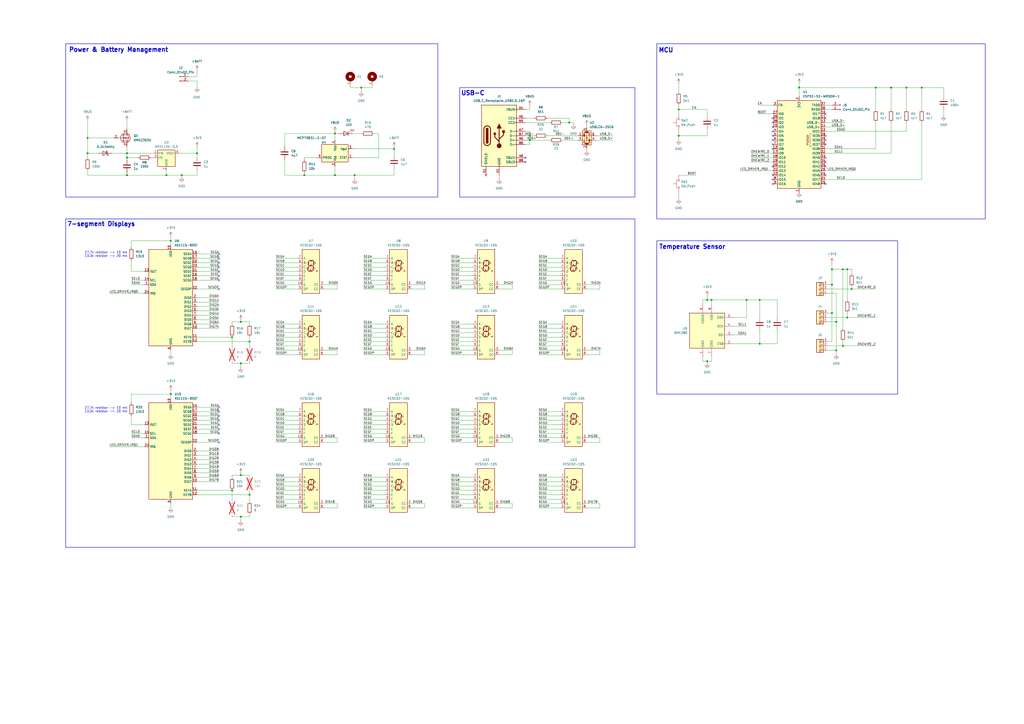
<source format=kicad_sch>
(kicad_sch (version 20250114) (generator "eeschema") (generator_version "9.0")
  (paper "A2")
  (rectangle (start 381 25.4) (end 571.5 127) (stroke (width 0.254)))
  (rectangle (start 266.7 50.8) (end 368.3 114.3) (stroke (width 0.254)))
  (rectangle (start 38.1 25.4) (end 254 114.3) (stroke (width 0.254)))
  (rectangle (start 38.1 127) (end 368.3 317.5) (stroke (width 0.254)))
  (rectangle (start 381 139.7) (end 520.7 228.6) (stroke (width 0.254)))
  (text "MCU" (at 386.334 29.21 0) (effects (font (size 2.54 2.54) (thickness 0.508) (bold yes))))
  (text "Power & Battery Management" (at 68.834 28.956 0) (effects (font (size 2.54 2.54) (thickness 0.508) (bold yes))))
  (text "USB-C" (at 274.32 54.102 0) (effects (font (size 2.54 2.54) (thickness 0.508) (bold yes))))
  (text "Temperature Sensor" (at 401.574 143.256 0) (effects (font (size 2.54 2.54) (thickness 0.508) (bold yes))))
  (text "27.7k resistor -> 10 mA\n13.3k resistor -> 20 mA" (at 61.468 237.744 0) (effects (font (size 1.27 1.27))))
  (text "7-segment Displays" (at 58.674 130.048 0) (effects (font (size 2.54 2.54) (thickness 0.508) (bold yes))))
  (text "27.7k resistor -> 10 mA\n13.3k resistor -> 20 mA" (at 61.468 147.574 0) (effects (font (size 1.27 1.27))))
  (junction (at 50.8 80.01))
  (junction (at 139.7 186.69))
  (junction (at 96.52 101.6))
  (junction (at 307.34 81.28))
  (junction (at 516.89 50.8))
  (junction (at 73.66 91.44))
  (junction (at 410.21 173.99))
  (junction (at 73.66 101.6))
  (junction (at 488.95 156.21))
  (junction (at 440.69 173.99))
  (junction (at 482.6 165.1))
  (junction (at 491.49 184.15))
  (junction (at 485.14 186.69))
  (junction (at 144.78 287.02))
  (junction (at 176.53 101.6))
  (junction (at 534.67 50.8))
  (junction (at 440.69 199.39))
  (junction (at 50.8 88.9))
  (junction (at 393.7 63.5))
  (junction (at 330.2 71.12))
  (junction (at 433.07 173.99))
  (junction (at 205.74 101.6))
  (junction (at 139.7 210.82))
  (junction (at 307.34 78.74))
  (junction (at 525.78 50.8))
  (junction (at 139.7 299.72))
  (junction (at 139.7 275.59))
  (junction (at 482.6 156.21))
  (junction (at 482.6 181.61))
  (junction (at 73.66 88.9))
  (junction (at 412.75 173.99))
  (junction (at 410.21 209.55))
  (junction (at 491.49 156.21))
  (junction (at 134.62 195.58))
  (junction (at 485.14 203.2))
  (junction (at 194.31 77.47))
  (junction (at 114.3 88.9))
  (junction (at 134.62 284.48))
  (junction (at 209.55 50.8))
  (junction (at 463.55 50.8))
  (junction (at 228.6 86.36))
  (junction (at 194.31 101.6))
  (junction (at 508 50.8))
  (junction (at 99.06 228.6))
  (junction (at 99.06 139.7))
  (junction (at 488.95 200.66))
  (junction (at 393.7 78.74))
  (junction (at 494.03 167.64))
  (junction (at 144.78 198.12))
  (junction (at 105.41 101.6))
  (no_connect (at 127 256.54))
  (no_connect (at 127 149.86))
  (no_connect (at 478.79 66.04))
  (no_connect (at 127 154.94))
  (no_connect (at 448.31 76.2))
  (no_connect (at 448.31 73.66))
  (no_connect (at 127 238.76))
  (no_connect (at 127 147.32))
  (no_connect (at 281.94 101.6))
  (no_connect (at 478.79 91.44))
  (no_connect (at 127 251.46))
  (no_connect (at 448.31 68.58))
  (no_connect (at 127 243.84))
  (no_connect (at 448.31 106.68))
  (no_connect (at 478.79 81.28))
  (no_connect (at 127 167.64))
  (no_connect (at 127 236.22))
  (no_connect (at 304.8 91.44))
  (no_connect (at 448.31 81.28))
  (no_connect (at 448.31 96.52))
  (no_connect (at 127 241.3))
  (no_connect (at 127 152.4))
  (no_connect (at 448.31 86.36))
  (no_connect (at 478.79 68.58))
  (no_connect (at 127 248.92))
  (no_connect (at 448.31 104.14))
  (no_connect (at 478.79 96.52))
  (no_connect (at 448.31 101.6))
  (no_connect (at 127 157.48))
  (no_connect (at 478.79 83.82))
  (no_connect (at 478.79 93.98))
  (no_connect (at 127 162.56))
  (no_connect (at 478.79 101.6))
  (no_connect (at 127 246.38))
  (no_connect (at 448.31 71.12))
  (no_connect (at 127 160.02))
  (no_connect (at 478.79 78.74))
  (no_connect (at 478.79 106.68))
  (no_connect (at 448.31 83.82))
  (no_connect (at 304.8 93.98))
  (no_connect (at 448.31 78.74))
  (wire (pts (xy 312.42 157.48) (xy 325.12 157.48)))
  (wire (pts (xy 261.62 200.66) (xy 274.32 200.66)))
  (wire (pts (xy 176.53 91.44) (xy 184.15 91.44)))
  (wire (pts (xy 114.3 180.34) (xy 127 180.34)))
  (wire (pts (xy 312.42 195.58) (xy 325.12 195.58)))
  (wire (pts (xy 194.31 77.47) (xy 196.85 77.47)))
  (wire (pts (xy 326.39 81.28) (xy 335.28 81.28)))
  (wire (pts (xy 312.42 251.46) (xy 325.12 251.46)))
  (wire (pts (xy 261.62 193.04) (xy 274.32 193.04)))
  (wire (pts (xy 160.02 243.84) (xy 172.72 243.84)))
  (wire (pts (xy 246.38 205.74) (xy 238.76 205.74)))
  (wire (pts (xy 485.14 170.18) (xy 485.14 186.69)))
  (wire (pts (xy 261.62 167.64) (xy 274.32 167.64)))
  (wire (pts (xy 64.77 88.9) (xy 73.66 88.9)))
  (wire (pts (xy 312.42 203.2) (xy 325.12 203.2)))
  (wire (pts (xy 160.02 193.04) (xy 172.72 193.04)))
  (wire (pts (xy 412.75 176.53) (xy 412.75 173.99)))
  (wire (pts (xy 410.21 63.5) (xy 410.21 67.31)))
  (wire (pts (xy 203.2 50.8) (xy 203.2 49.53)))
  (wire (pts (xy 204.47 86.36) (xy 228.6 86.36)))
  (wire (pts (xy 134.62 284.48) (xy 134.62 290.83)))
  (wire (pts (xy 246.38 292.1) (xy 246.38 294.64)))
  (wire (pts (xy 228.6 90.17) (xy 228.6 86.36)))
  (wire (pts (xy 160.02 200.66) (xy 172.72 200.66)))
  (wire (pts (xy 261.62 284.48) (xy 274.32 284.48)))
  (wire (pts (xy 478.79 71.12) (xy 490.22 71.12)))
  (wire (pts (xy 491.49 156.21) (xy 488.95 156.21)))
  (wire (pts (xy 246.38 254) (xy 246.38 256.54)))
  (wire (pts (xy 440.69 173.99) (xy 440.69 184.15)))
  (wire (pts (xy 289.56 254) (xy 297.18 254)))
  (wire (pts (xy 478.79 99.06) (xy 496.57 99.06)))
  (wire (pts (xy 332.74 71.12) (xy 332.74 72.39)))
  (wire (pts (xy 478.79 76.2) (xy 525.78 76.2)))
  (wire (pts (xy 76.2 233.68) (xy 76.2 228.6)))
  (wire (pts (xy 312.42 152.4) (xy 325.12 152.4)))
  (wire (pts (xy 289.56 203.2) (xy 297.18 203.2)))
  (wire (pts (xy 210.82 187.96) (xy 223.52 187.96)))
  (wire (pts (xy 238.76 254) (xy 246.38 254)))
  (wire (pts (xy 261.62 279.4) (xy 274.32 279.4)))
  (wire (pts (xy 114.3 198.12) (xy 144.78 198.12)))
  (wire (pts (xy 435.61 88.9) (xy 448.31 88.9)))
  (wire (pts (xy 210.82 205.74) (xy 223.52 205.74)))
  (wire (pts (xy 312.42 256.54) (xy 325.12 256.54)))
  (wire (pts (xy 312.42 160.02) (xy 325.12 160.02)))
  (wire (pts (xy 410.21 171.45) (xy 410.21 173.99)))
  (wire (pts (xy 210.82 243.84) (xy 223.52 243.84)))
  (wire (pts (xy 332.74 71.12) (xy 330.2 71.12)))
  (wire (pts (xy 139.7 186.69) (xy 144.78 186.69)))
  (wire (pts (xy 261.62 292.1) (xy 274.32 292.1)))
  (wire (pts (xy 304.8 63.5) (xy 307.34 63.5)))
  (wire (pts (xy 312.42 243.84) (xy 325.12 243.84)))
  (wire (pts (xy 210.82 154.94) (xy 223.52 154.94)))
  (wire (pts (xy 160.02 254) (xy 172.72 254)))
  (wire (pts (xy 480.06 184.15) (xy 491.49 184.15)))
  (wire (pts (xy 144.78 287.02) (xy 144.78 284.48)))
  (wire (pts (xy 99.06 228.6) (xy 99.06 231.14)))
  (wire (pts (xy 261.62 149.86) (xy 274.32 149.86)))
  (wire (pts (xy 160.02 284.48) (xy 172.72 284.48)))
  (wire (pts (xy 410.21 210.82) (xy 410.21 209.55)))
  (wire (pts (xy 114.3 185.42) (xy 127 185.42)))
  (wire (pts (xy 297.18 256.54) (xy 289.56 256.54)))
  (wire (pts (xy 307.34 81.28) (xy 318.77 81.28)))
  (wire (pts (xy 63.5 170.18) (xy 83.82 170.18)))
  (wire (pts (xy 210.82 251.46) (xy 223.52 251.46)))
  (wire (pts (xy 261.62 248.92) (xy 274.32 248.92)))
  (wire (pts (xy 99.06 139.7) (xy 99.06 142.24)))
  (wire (pts (xy 261.62 187.96) (xy 274.32 187.96)))
  (wire (pts (xy 261.62 238.76) (xy 274.32 238.76)))
  (wire (pts (xy 160.02 294.64) (xy 172.72 294.64)))
  (wire (pts (xy 261.62 190.5) (xy 274.32 190.5)))
  (wire (pts (xy 246.38 256.54) (xy 238.76 256.54)))
  (wire (pts (xy 187.96 203.2) (xy 195.58 203.2)))
  (wire (pts (xy 114.3 251.46) (xy 127 251.46)))
  (wire (pts (xy 114.3 44.45) (xy 114.3 40.64)))
  (wire (pts (xy 440.69 173.99) (xy 450.85 173.99)))
  (wire (pts (xy 440.69 191.77) (xy 440.69 199.39)))
  (wire (pts (xy 312.42 248.92) (xy 325.12 248.92)))
  (wire (pts (xy 312.42 198.12) (xy 325.12 198.12)))
  (wire (pts (xy 114.3 160.02) (xy 127 160.02)))
  (wire (pts (xy 307.34 60.96) (xy 307.34 63.5)))
  (wire (pts (xy 410.21 173.99) (xy 407.67 173.99)))
  (wire (pts (xy 210.82 248.92) (xy 223.52 248.92)))
  (wire (pts (xy 195.58 203.2) (xy 195.58 205.74)))
  (wire (pts (xy 160.02 198.12) (xy 172.72 198.12)))
  (wire (pts (xy 114.3 195.58) (xy 134.62 195.58)))
  (wire (pts (xy 312.42 149.86) (xy 325.12 149.86)))
  (wire (pts (xy 160.02 287.02) (xy 172.72 287.02)))
  (wire (pts (xy 312.42 279.4) (xy 325.12 279.4)))
  (wire (pts (xy 345.44 78.74) (xy 355.6 78.74)))
  (wire (pts (xy 139.7 210.82) (xy 144.78 210.82)))
  (wire (pts (xy 105.41 101.6) (xy 114.3 101.6)))
  (wire (pts (xy 238.76 292.1) (xy 246.38 292.1)))
  (wire (pts (xy 297.18 294.64) (xy 289.56 294.64)))
  (wire (pts (xy 195.58 256.54) (xy 187.96 256.54)))
  (wire (pts (xy 195.58 254) (xy 195.58 256.54)))
  (wire (pts (xy 87.63 91.44) (xy 88.9 91.44)))
  (wire (pts (xy 204.47 91.44) (xy 219.71 91.44)))
  (wire (pts (xy 160.02 154.94) (xy 172.72 154.94)))
  (wire (pts (xy 482.6 165.1) (xy 482.6 156.21)))
  (wire (pts (xy 195.58 292.1) (xy 195.58 294.64)))
  (wire (pts (xy 317.5 68.58) (xy 330.2 68.58)))
  (wire (pts (xy 210.82 193.04) (xy 223.52 193.04)))
  (wire (pts (xy 205.74 104.14) (xy 205.74 101.6)))
  (wire (pts (xy 76.2 143.51) (xy 76.2 139.7)))
  (wire (pts (xy 488.95 156.21) (xy 482.6 156.21)))
  (wire (pts (xy 261.62 289.56) (xy 274.32 289.56)))
  (wire (pts (xy 160.02 238.76) (xy 172.72 238.76)))
  (wire (pts (xy 340.36 165.1) (xy 347.98 165.1)))
  (wire (pts (xy 76.2 162.56) (xy 83.82 162.56)))
  (wire (pts (xy 491.49 156.21) (xy 491.49 173.99)))
  (wire (pts (xy 165.1 77.47) (xy 165.1 85.09)))
  (wire (pts (xy 534.67 50.8) (xy 525.78 50.8)))
  (wire (pts (xy 340.36 72.39) (xy 340.36 73.66)))
  (wire (pts (xy 485.14 203.2) (xy 485.14 205.74)))
  (wire (pts (xy 187.96 292.1) (xy 195.58 292.1)))
  (wire (pts (xy 261.62 256.54) (xy 274.32 256.54)))
  (wire (pts (xy 195.58 294.64) (xy 187.96 294.64)))
  (wire (pts (xy 393.7 81.28) (xy 393.7 78.74)))
  (wire (pts (xy 480.06 198.12) (xy 482.6 198.12)))
  (wire (pts (xy 194.31 101.6) (xy 194.31 96.52)))
  (wire (pts (xy 547.37 50.8) (xy 547.37 55.88)))
  (wire (pts (xy 312.42 165.1) (xy 325.12 165.1)))
  (wire (pts (xy 534.67 71.12) (xy 534.67 104.14)))
  (wire (pts (xy 312.42 162.56) (xy 325.12 162.56)))
  (wire (pts (xy 297.18 167.64) (xy 289.56 167.64)))
  (wire (pts (xy 433.07 184.15) (xy 433.07 173.99)))
  (wire (pts (xy 73.66 85.09) (xy 73.66 88.9)))
  (wire (pts (xy 176.53 101.6) (xy 194.31 101.6)))
  (wire (pts (xy 160.02 167.64) (xy 172.72 167.64)))
  (wire (pts (xy 73.66 100.33) (xy 73.66 101.6)))
  (wire (pts (xy 114.3 264.16) (xy 127 264.16)))
  (wire (pts (xy 114.3 177.8) (xy 127 177.8)))
  (wire (pts (xy 210.82 160.02) (xy 223.52 160.02)))
  (wire (pts (xy 50.8 88.9) (xy 57.15 88.9)))
  (wire (pts (xy 312.42 292.1) (xy 325.12 292.1)))
  (wire (pts (xy 73.66 101.6) (xy 50.8 101.6)))
  (wire (pts (xy 99.06 226.06) (xy 99.06 228.6)))
  (wire (pts (xy 435.61 93.98) (xy 448.31 93.98)))
  (wire (pts (xy 312.42 190.5) (xy 325.12 190.5)))
  (wire (pts (xy 114.3 88.9) (xy 114.3 91.44)))
  (wire (pts (xy 210.82 157.48) (xy 223.52 157.48)))
  (wire (pts (xy 261.62 162.56) (xy 274.32 162.56)))
  (wire (pts (xy 304.8 83.82) (xy 307.34 83.82)))
  (wire (pts (xy 210.82 190.5) (xy 223.52 190.5)))
  (wire (pts (xy 114.3 274.32) (xy 127 274.32)))
  (wire (pts (xy 99.06 203.2) (xy 99.06 205.74)))
  (wire (pts (xy 488.95 198.12) (xy 488.95 200.66)))
  (wire (pts (xy 210.82 294.64) (xy 223.52 294.64)))
  (wire (pts (xy 139.7 275.59) (xy 144.78 275.59)))
  (wire (pts (xy 345.44 81.28) (xy 355.6 81.28)))
  (wire (pts (xy 210.82 276.86) (xy 223.52 276.86)))
  (wire (pts (xy 210.82 195.58) (xy 223.52 195.58)))
  (wire (pts (xy 407.67 209.55) (xy 407.67 207.01)))
  (wire (pts (xy 297.18 165.1) (xy 297.18 167.64)))
  (wire (pts (xy 482.6 181.61) (xy 482.6 198.12)))
  (wire (pts (xy 210.82 238.76) (xy 223.52 238.76)))
  (wire (pts (xy 347.98 294.64) (xy 340.36 294.64)))
  (wire (pts (xy 261.62 203.2) (xy 274.32 203.2)))
  (wire (pts (xy 261.62 165.1) (xy 274.32 165.1)))
  (wire (pts (xy 144.78 186.69) (xy 144.78 187.96)))
  (wire (pts (xy 480.06 200.66) (xy 488.95 200.66)))
  (wire (pts (xy 76.2 246.38) (xy 76.2 241.3)))
  (wire (pts (xy 317.5 78.74) (xy 335.28 78.74)))
  (wire (pts (xy 210.82 254) (xy 223.52 254)))
  (wire (pts (xy 114.3 269.24) (xy 127 269.24)))
  (wire (pts (xy 114.3 46.99) (xy 114.3 50.8)))
  (wire (pts (xy 429.26 99.06) (xy 448.31 99.06)))
  (wire (pts (xy 340.36 254) (xy 347.98 254)))
  (wire (pts (xy 114.3 236.22) (xy 127 236.22)))
  (wire (pts (xy 215.9 49.53) (xy 215.9 50.8)))
  (wire (pts (xy 347.98 254) (xy 347.98 256.54)))
  (wire (pts (xy 114.3 271.78) (xy 127 271.78)))
  (wire (pts (xy 187.96 254) (xy 195.58 254)))
  (wire (pts (xy 210.82 289.56) (xy 223.52 289.56)))
  (wire (pts (xy 76.2 228.6) (xy 99.06 228.6)))
  (wire (pts (xy 261.62 152.4) (xy 274.32 152.4)))
  (wire (pts (xy 73.66 91.44) (xy 73.66 92.71)))
  (wire (pts (xy 194.31 76.2) (xy 194.31 77.47)))
  (wire (pts (xy 114.3 241.3) (xy 127 241.3)))
  (wire (pts (xy 312.42 289.56) (xy 325.12 289.56)))
  (wire (pts (xy 160.02 241.3) (xy 172.72 241.3)))
  (wire (pts (xy 478.79 104.14) (xy 534.67 104.14)))
  (wire (pts (xy 410.21 78.74) (xy 410.21 74.93)))
  (wire (pts (xy 144.78 210.82) (xy 144.78 209.55)))
  (wire (pts (xy 508 50.8) (xy 508 63.5)))
  (wire (pts (xy 246.38 165.1) (xy 246.38 167.64)))
  (wire (pts (xy 478.79 88.9) (xy 516.89 88.9)))
  (wire (pts (xy 50.8 80.01) (xy 50.8 69.85)))
  (wire (pts (xy 165.1 92.71) (xy 165.1 101.6)))
  (wire (pts (xy 393.7 60.96) (xy 393.7 63.5)))
  (wire (pts (xy 210.82 246.38) (xy 223.52 246.38)))
  (wire (pts (xy 139.7 275.59) (xy 139.7 274.32)))
  (wire (pts (xy 194.31 101.6) (xy 205.74 101.6)))
  (wire (pts (xy 326.39 71.12) (xy 330.2 71.12)))
  (wire (pts (xy 304.8 71.12) (xy 318.77 71.12)))
  (wire (pts (xy 210.82 256.54) (xy 223.52 256.54)))
  (wire (pts (xy 160.02 195.58) (xy 172.72 195.58)))
  (wire (pts (xy 114.3 182.88) (xy 127 182.88)))
  (wire (pts (xy 83.82 157.48) (xy 76.2 157.48)))
  (wire (pts (xy 508 86.36) (xy 508 71.12)))
  (wire (pts (xy 73.66 88.9) (xy 88.9 88.9)))
  (wire (pts (xy 109.22 46.99) (xy 114.3 46.99)))
  (wire (pts (xy 210.82 198.12) (xy 223.52 198.12)))
  (wire (pts (xy 463.55 50.8) (xy 463.55 55.88)))
  (wire (pts (xy 210.82 167.64) (xy 223.52 167.64)))
  (wire (pts (xy 134.62 298.45) (xy 134.62 299.72)))
  (wire (pts (xy 463.55 50.8) (xy 508 50.8)))
  (wire (pts (xy 66.04 80.01) (xy 50.8 80.01)))
  (wire (pts (xy 160.02 165.1) (xy 172.72 165.1)))
  (wire (pts (xy 485.14 186.69) (xy 480.06 186.69)))
  (wire (pts (xy 261.62 195.58) (xy 274.32 195.58)))
  (wire (pts (xy 494.03 156.21) (xy 491.49 156.21)))
  (wire (pts (xy 440.69 199.39) (xy 450.85 199.39)))
  (wire (pts (xy 261.62 243.84) (xy 274.32 243.84)))
  (wire (pts (xy 347.98 205.74) (xy 340.36 205.74)))
  (wire (pts (xy 425.45 199.39) (xy 440.69 199.39)))
  (wire (pts (xy 134.62 210.82) (xy 139.7 210.82)))
  (wire (pts (xy 160.02 162.56) (xy 172.72 162.56)))
  (wire (pts (xy 195.58 165.1) (xy 195.58 167.64)))
  (wire (pts (xy 450.85 173.99) (xy 450.85 184.15)))
  (wire (pts (xy 297.18 292.1) (xy 297.18 294.64)))
  (wire (pts (xy 261.62 198.12) (xy 274.32 198.12)))
  (wire (pts (xy 76.2 139.7) (xy 99.06 139.7)))
  (wire (pts (xy 219.71 91.44) (xy 219.71 77.47)))
  (wire (pts (xy 50.8 88.9) (xy 50.8 91.44)))
  (wire (pts (xy 114.3 243.84) (xy 127 243.84)))
  (wire (pts (xy 393.7 78.74) (xy 410.21 78.74)))
  (wire (pts (xy 482.6 156.21) (xy 482.6 152.4)))
  (wire (pts (xy 312.42 241.3) (xy 325.12 241.3)))
  (wire (pts (xy 76.2 254) (xy 83.82 254)))
  (wire (pts (xy 307.34 81.28) (xy 304.8 81.28)))
  (wire (pts (xy 114.3 101.6) (xy 114.3 99.06)))
  (wire (pts (xy 393.7 48.26) (xy 393.7 53.34)))
  (wire (pts (xy 114.3 147.32) (xy 127 147.32)))
  (wire (pts (xy 347.98 167.64) (xy 340.36 167.64)))
  (wire (pts (xy 312.42 254) (xy 325.12 254)))
  (wire (pts (xy 478.79 86.36) (xy 508 86.36)))
  (wire (pts (xy 347.98 256.54) (xy 340.36 256.54)))
  (wire (pts (xy 134.62 186.69) (xy 134.62 187.96)))
  (wire (pts (xy 80.01 91.44) (xy 73.66 91.44)))
  (wire (pts (xy 134.62 299.72) (xy 139.7 299.72)))
  (wire (pts (xy 210.82 162.56) (xy 223.52 162.56)))
  (wire (pts (xy 491.49 184.15) (xy 508 184.15)))
  (wire (pts (xy 508 50.8) (xy 516.89 50.8)))
  (wire (pts (xy 261.62 205.74) (xy 274.32 205.74)))
  (wire (pts (xy 134.62 195.58) (xy 134.62 201.93)))
  (wire (pts (xy 203.2 50.8) (xy 209.55 50.8)))
  (wire (pts (xy 210.82 165.1) (xy 223.52 165.1)))
  (wire (pts (xy 194.31 81.28) (xy 194.31 77.47)))
  (wire (pts (xy 304.8 76.2) (xy 307.34 76.2)))
  (wire (pts (xy 238.76 165.1) (xy 246.38 165.1)))
  (wire (pts (xy 144.78 299.72) (xy 144.78 298.45)))
  (wire (pts (xy 393.7 101.6) (xy 403.86 101.6)))
  (wire (pts (xy 114.3 248.92) (xy 127 248.92)))
  (wire (pts (xy 160.02 279.4) (xy 172.72 279.4)))
  (wire (pts (xy 134.62 186.69) (xy 139.7 186.69)))
  (wire (pts (xy 76.2 165.1) (xy 83.82 165.1)))
  (wire (pts (xy 482.6 165.1) (xy 482.6 181.61)))
  (wire (pts (xy 547.37 67.31) (xy 547.37 63.5)))
  (wire (pts (xy 312.42 238.76) (xy 325.12 238.76)))
  (wire (pts (xy 114.3 149.86) (xy 127 149.86)))
  (wire (pts (xy 425.45 189.23) (xy 433.07 189.23)))
  (wire (pts (xy 114.3 276.86) (xy 127 276.86)))
  (wire (pts (xy 114.3 172.72) (xy 127 172.72)))
  (wire (pts (xy 261.62 157.48) (xy 274.32 157.48)))
  (wire (pts (xy 209.55 50.8) (xy 209.55 53.34)))
  (wire (pts (xy 134.62 275.59) (xy 139.7 275.59)))
  (wire (pts (xy 228.6 101.6) (xy 228.6 97.79)))
  (wire (pts (xy 76.2 251.46) (xy 83.82 251.46)))
  (wire (pts (xy 204.47 77.47) (xy 209.55 77.47)))
  (wire (pts (xy 139.7 210.82) (xy 139.7 213.36)))
  (wire (pts (xy 488.95 200.66) (xy 508 200.66)))
  (wire (pts (xy 307.34 76.2) (xy 307.34 78.74)))
  (wire (pts (xy 480.06 165.1) (xy 482.6 165.1)))
  (wire (pts (xy 215.9 50.8) (xy 209.55 50.8)))
  (wire (pts (xy 480.06 203.2) (xy 485.14 203.2)))
  (wire (pts (xy 160.02 289.56) (xy 172.72 289.56)))
  (wire (pts (xy 165.1 101.6) (xy 176.53 101.6)))
  (wire (pts (xy 210.82 292.1) (xy 223.52 292.1)))
  (wire (pts (xy 297.18 254) (xy 297.18 256.54)))
  (wire (pts (xy 160.02 281.94) (xy 172.72 281.94)))
  (wire (pts (xy 485.14 170.18) (xy 480.06 170.18)))
  (wire (pts (xy 114.3 287.02) (xy 144.78 287.02)))
  (wire (pts (xy 393.7 63.5) (xy 393.7 66.04)))
  (wire (pts (xy 261.62 254) (xy 274.32 254)))
  (wire (pts (xy 312.42 167.64) (xy 325.12 167.64)))
  (wire (pts (xy 99.06 137.16) (xy 99.06 139.7)))
  (wire (pts (xy 412.75 173.99) (xy 433.07 173.99)))
  (wire (pts (xy 425.45 184.15) (xy 433.07 184.15)))
  (wire (pts (xy 393.7 78.74) (xy 393.7 76.2)))
  (wire (pts (xy 312.42 281.94) (xy 325.12 281.94)))
  (wire (pts (xy 433.07 173.99) (xy 440.69 173.99)))
  (wire (pts (xy 160.02 149.86) (xy 172.72 149.86)))
  (wire (pts (xy 238.76 203.2) (xy 246.38 203.2)))
  (wire (pts (xy 195.58 167.64) (xy 187.96 167.64)))
  (wire (pts (xy 144.78 198.12) (xy 144.78 201.93)))
  (wire (pts (xy 312.42 276.86) (xy 325.12 276.86)))
  (wire (pts (xy 494.03 167.64) (xy 508 167.64)))
  (wire (pts (xy 50.8 99.06) (xy 50.8 101.6)))
  (wire (pts (xy 114.3 261.62) (xy 127 261.62)))
  (wire (pts (xy 393.7 63.5) (xy 410.21 63.5)))
  (wire (pts (xy 114.3 256.54) (xy 127 256.54)))
  (wire (pts (xy 210.82 203.2) (xy 223.52 203.2)))
  (wire (pts (xy 105.41 102.87) (xy 105.41 101.6)))
  (wire (pts (xy 340.36 203.2) (xy 347.98 203.2)))
  (wire (pts (xy 407.67 209.55) (xy 410.21 209.55)))
  (wire (pts (xy 289.56 165.1) (xy 297.18 165.1)))
  (wire (pts (xy 307.34 78.74) (xy 309.88 78.74)))
  (wire (pts (xy 144.78 287.02) (xy 144.78 290.83)))
  (wire (pts (xy 160.02 203.2) (xy 172.72 203.2)))
  (wire (pts (xy 485.14 203.2) (xy 485.14 186.69)))
  (wire (pts (xy 160.02 187.96) (xy 172.72 187.96)))
  (wire (pts (xy 312.42 154.94) (xy 325.12 154.94)))
  (wire (pts (xy 534.67 50.8) (xy 547.37 50.8)))
  (wire (pts (xy 261.62 154.94) (xy 274.32 154.94)))
  (wire (pts (xy 393.7 111.76) (xy 393.7 115.57)))
  (wire (pts (xy 114.3 85.09) (xy 114.3 88.9)))
  (wire (pts (xy 289.56 292.1) (xy 297.18 292.1)))
  (wire (pts (xy 109.22 44.45) (xy 114.3 44.45)))
  (wire (pts (xy 463.55 48.26) (xy 463.55 50.8)))
  (wire (pts (xy 478.79 73.66) (xy 490.22 73.66)))
  (wire (pts (xy 219.71 77.47) (xy 217.17 77.47)))
  (wire (pts (xy 114.3 175.26) (xy 127 175.26)))
  (wire (pts (xy 114.3 190.5) (xy 127 190.5)))
  (wire (pts (xy 160.02 152.4) (xy 172.72 152.4)))
  (wire (pts (xy 99.06 292.1) (xy 99.06 294.64)))
  (wire (pts (xy 104.14 88.9) (xy 114.3 88.9)))
  (wire (pts (xy 210.82 279.4) (xy 223.52 279.4)))
  (wire (pts (xy 261.62 246.38) (xy 274.32 246.38)))
  (wire (pts (xy 407.67 173.99) (xy 407.67 176.53)))
  (wire (pts (xy 134.62 209.55) (xy 134.62 210.82)))
  (wire (pts (xy 494.03 158.75) (xy 494.03 156.21)))
  (wire (pts (xy 114.3 238.76) (xy 127 238.76)))
  (wire (pts (xy 525.78 50.8) (xy 516.89 50.8)))
  (wire (pts (xy 480.06 167.64) (xy 494.03 167.64)))
  (wire (pts (xy 96.52 101.6) (xy 73.66 101.6)))
  (wire (pts (xy 312.42 205.74) (xy 325.12 205.74)))
  (wire (pts (xy 516.89 50.8) (xy 516.89 63.5)))
  (wire (pts (xy 312.42 193.04) (xy 325.12 193.04)))
  (wire (pts (xy 76.2 157.48) (xy 76.2 151.13)))
  (wire (pts (xy 412.75 209.55) (xy 412.75 207.01)))
  (wire (pts (xy 261.62 251.46) (xy 274.32 251.46)))
  (wire (pts (xy 261.62 294.64) (xy 274.32 294.64)))
  (wire (pts (xy 187.96 165.1) (xy 195.58 165.1)))
  (wire (pts (xy 340.36 87.63) (xy 340.36 86.36)))
  (wire (pts (xy 205.74 101.6) (xy 228.6 101.6)))
  (wire (pts (xy 194.31 77.47) (xy 165.1 77.47)))
  (wire (pts (xy 160.02 256.54) (xy 172.72 256.54)))
  (wire (pts (xy 312.42 246.38) (xy 325.12 246.38)))
  (wire (pts (xy 261.62 160.02) (xy 274.32 160.02)))
  (wire (pts (xy 480.06 181.61) (xy 482.6 181.61)))
  (wire (pts (xy 307.34 83.82) (xy 307.34 81.28)))
  (wire (pts (xy 144.78 275.59) (xy 144.78 276.86)))
  (wire (pts (xy 210.82 284.48) (xy 223.52 284.48)))
  (wire (pts (xy 494.03 166.37) (xy 494.03 167.64)))
  (wire (pts (xy 450.85 199.39) (xy 450.85 191.77)))
  (wire (pts (xy 63.5 259.08) (xy 83.82 259.08)))
  (wire (pts (xy 312.42 200.66) (xy 325.12 200.66)))
  (wire (pts (xy 340.36 292.1) (xy 347.98 292.1)))
  (wire (pts (xy 114.3 284.48) (xy 134.62 284.48)))
  (wire (pts (xy 160.02 190.5) (xy 172.72 190.5)))
  (wire (pts (xy 210.82 200.66) (xy 223.52 200.66)))
  (wire (pts (xy 304.8 68.58) (xy 309.88 68.58)))
  (wire (pts (xy 176.53 100.33) (xy 176.53 101.6)))
  (wire (pts (xy 210.82 281.94) (xy 223.52 281.94)))
  (wire (pts (xy 160.02 251.46) (xy 172.72 251.46)))
  (wire (pts (xy 478.79 60.96) (xy 482.6 60.96)))
  (wire (pts (xy 304.8 78.74) (xy 307.34 78.74)))
  (wire (pts (xy 312.42 187.96) (xy 325.12 187.96)))
  (wire (pts (xy 525.78 63.5) (xy 525.78 50.8)))
  (wire (pts (xy 439.42 66.04) (xy 448.31 66.04)))
  (wire (pts (xy 210.82 287.02) (xy 223.52 287.02)))
  (wire (pts (xy 50.8 80.01) (xy 50.8 88.9)))
  (wire (pts (xy 114.3 154.94) (xy 127 154.94)))
  (wire (pts (xy 144.78 198.12) (xy 144.78 195.58)))
  (wire (pts (xy 439.42 60.96) (xy 448.31 60.96)))
  (wire (pts (xy 114.3 266.7) (xy 127 266.7)))
  (wire (pts (xy 134.62 275.59) (xy 134.62 276.86)))
  (wire (pts (xy 261.62 281.94) (xy 274.32 281.94)))
  (wire (pts (xy 114.3 187.96) (xy 127 187.96)))
  (wire (pts (xy 195.58 205.74) (xy 187.96 205.74)))
  (wire (pts (xy 160.02 246.38) (xy 172.72 246.38)))
  (wire (pts (xy 114.3 167.64) (xy 127 167.64)))
  (wire (pts (xy 139.7 299.72) (xy 144.78 299.72)))
  (wire (pts (xy 412.75 173.99) (xy 410.21 173.99)))
  (wire (pts (xy 73.66 69.85) (xy 73.66 74.93)))
  (wire (pts (xy 160.02 248.92) (xy 172.72 248.92)))
  (wire (pts (xy 425.45 194.31) (xy 433.07 194.31)))
  (wire (pts (xy 312.42 294.64) (xy 325.12 294.64)))
  (wire (pts (xy 114.3 279.4) (xy 127 279.4)))
  (wire (pts (xy 297.18 205.74) (xy 289.56 205.74)))
  (wire (pts (xy 347.98 203.2) (xy 347.98 205.74)))
  (wire (pts (xy 210.82 241.3) (xy 223.52 241.3)))
  (wire (pts (xy 525.78 76.2) (xy 525.78 71.12)))
  (wire (pts (xy 478.79 63.5) (xy 482.6 63.5)))
  (wire (pts (xy 297.18 203.2) (xy 297.18 205.74)))
  (wire (pts (xy 73.66 91.44) (xy 73.66 88.9)))
  (wire (pts (xy 114.3 162.56) (xy 127 162.56)))
  (wire (pts (xy 289.56 104.14) (xy 289.56 101.6)))
  (wire (pts (xy 139.7 299.72) (xy 139.7 302.26)))
  (wire (pts (xy 261.62 241.3) (xy 274.32 241.3)))
  (wire (pts (xy 160.02 160.02) (xy 172.72 160.02)))
  (wire (pts (xy 228.6 86.36) (xy 228.6 85.09)))
  (wire (pts (xy 330.2 68.58) (xy 330.2 71.12)))
  (wire (pts (xy 114.3 246.38) (xy 127 246.38)))
  (wire (pts (xy 246.38 294.64) (xy 238.76 294.64)))
  (wire (pts (xy 210.82 149.86) (xy 223.52 149.86)))
  (wire (pts (xy 312.42 284.48) (xy 325.12 284.48)))
  (wire (pts (xy 435.61 91.44) (xy 448.31 91.44)))
  (wire (pts (xy 96.52 101.6) (xy 105.41 101.6)))
  (wire (pts (xy 312.42 287.02) (xy 325.12 287.02)))
  (wire (pts (xy 261.62 276.86) (xy 274.32 276.86)))
  (wire (pts (xy 160.02 292.1) (xy 172.72 292.1)))
  (wire (pts (xy 160.02 157.48) (xy 172.72 157.48)))
  (wire (pts (xy 246.38 167.64) (xy 238.76 167.64)))
  (wire (pts (xy 114.3 157.48) (xy 127 157.48)))
  (wire (pts (xy 114.3 152.4) (xy 127 152.4)))
  (wire (pts (xy 160.02 205.74) (xy 172.72 205.74)))
  (wire (pts (xy 410.21 209.55) (xy 412.75 209.55)))
  (wire (pts (xy 347.98 165.1) (xy 347.98 167.64)))
  (wire (pts (xy 488.95 156.21) (xy 488.95 190.5)))
  (wire (pts (xy 347.98 292.1) (xy 347.98 294.64)))
  (wire (pts (xy 83.82 246.38) (xy 76.2 246.38)))
  (wire (pts (xy 139.7 186.69) (xy 139.7 185.42)))
  (wire (pts (xy 160.02 276.86) (xy 172.72 276.86)))
  (wire (pts (xy 246.38 203.2) (xy 246.38 205.74)))
  (wire (pts (xy 491.49 181.61) (xy 491.49 184.15)))
  (wire (pts (xy 516.89 88.9) (xy 516.89 71.12)))
  (wire (pts (xy 176.53 92.71) (xy 176.53 91.44)))
  (wire (pts (xy 96.52 99.06) (xy 96.52 101.6)))
  (wire (pts (xy 534.67 50.8) (xy 534.67 63.5)))
  (wire (pts (xy 261.62 287.02) (xy 274.32 287.02)))
  (wire (pts (xy 210.82 152.4) (xy 223.52 152.4)))
  (label "SEGC" (at 261.62 281.94 0))
  (label "DIG7B" (at 346.71 292.1 180))
  (label "SEGF" (at 127 160.02 180))
  (label "SEGE" (at 160.02 248.92 0))
  (label "ONEWIRE_0" (at 508 167.64 180))
  (label "SEGF" (at 261.62 162.56 0))
  (label "SEGB" (at 160.02 152.4 0))
  (label "SEGB" (at 261.62 241.3 0))
  (label "LED_DRIVER_IRQ0" (at 63.5 170.18 0))
  (label "SEGG" (at 210.82 203.2 0))
  (label "DIG4B" (at 127 271.78 180))
  (label "SEGB" (at 160.02 279.4 0))
  (label "SEGG" (at 160.02 292.1 0))
  (label "SEGF" (at 160.02 251.46 0))
  (label "SEGD" (at 261.62 157.48 0))
  (label "SEGA" (at 312.42 187.96 0))
  (label "SEGB" (at 210.82 152.4 0))
  (label "SEGA" (at 210.82 187.96 0))
  (label "SEGB" (at 312.42 190.5 0))
  (label "SEGA" (at 261.62 149.86 0))
  (label "SEGD" (at 210.82 195.58 0))
  (label "SDA1" (at 433.07 194.31 180))
  (label "DIG5A" (at 127 185.42 180))
  (label "SEGG" (at 210.82 292.1 0))
  (label "SEGDP" (at 160.02 256.54 0))
  (label "SEGA" (at 160.02 276.86 0))
  (label "SEGE" (at 160.02 287.02 0))
  (label "SEGC" (at 127 152.4 180))
  (label "SEGC" (at 312.42 281.94 0))
  (label "SEGDP" (at 312.42 256.54 0))
  (label "SEGD" (at 210.82 246.38 0))
  (label "SEGG" (at 261.62 254 0))
  (label "SEGC" (at 210.82 243.84 0))
  (label "DIG2A" (at 127 177.8 180))
  (label "SEGB" (at 312.42 241.3 0))
  (label "DIG2B" (at 127 266.7 180))
  (label "SEGDP" (at 127 256.54 180))
  (label "SEGA" (at 210.82 149.86 0))
  (label "SEGD" (at 127 154.94 180))
  (label "SEGE" (at 210.82 198.12 0))
  (label "SEGA" (at 312.42 276.86 0))
  (label "SEGD" (at 160.02 284.48 0))
  (label "SEGD" (at 312.42 284.48 0))
  (label "SEGD" (at 312.42 246.38 0))
  (label "SEGB" (at 127 238.76 180))
  (label "SEGG" (at 160.02 203.2 0))
  (label "SEGB" (at 210.82 279.4 0))
  (label "SEGF" (at 312.42 162.56 0))
  (label "SEGA" (at 160.02 149.86 0))
  (label "SEGA" (at 210.82 276.86 0))
  (label "USB_D+" (at 490.22 73.66 180))
  (label "SEGD" (at 312.42 195.58 0))
  (label "DIG0A" (at 127 172.72 180))
  (label "SEGE" (at 210.82 248.92 0))
  (label "SEGC" (at 210.82 193.04 0))
  (label "SEGC" (at 261.62 154.94 0))
  (label "DIG1A" (at 241.3 165.1 0))
  (label "SEGD" (at 160.02 246.38 0))
  (label "SEGDP" (at 261.62 167.64 0))
  (label "DIG3A" (at 342.9 165.1 0))
  (label "SEGDP" (at 210.82 294.64 0))
  (label "DIG4B" (at 194.31 292.1 180))
  (label "SEGDP" (at 160.02 205.74 0))
  (label "DIG7A" (at 342.9 203.2 0))
  (label "000-" (at 309.88 78.74 180))
  (label "SEGA" (at 312.42 238.76 0))
  (label "SDA0" (at 490.22 76.2 180))
  (label "DIG6A" (at 127 187.96 180))
  (label "SEGA" (at 160.02 238.76 0))
  (label "DIG1B" (at 245.11 254 180))
  (label "SEGC" (at 312.42 243.84 0))
  (label "SEGC" (at 127 241.3 180))
  (label "SEGF" (at 210.82 162.56 0))
  (label "SEGE" (at 127 157.48 180))
  (label "SEGDP" (at 312.42 205.74 0))
  (label "SEGDP" (at 160.02 167.64 0))
  (label "SEGA" (at 127 147.32 180))
  (label "SEGDP" (at 312.42 167.64 0))
  (label "SEGD" (at 312.42 157.48 0))
  (label "DIG0B" (at 127 261.62 180))
  (label "SEGF" (at 160.02 162.56 0))
  (label "BOOT" (at 439.42 66.04 0))
  (label "SEGG" (at 312.42 254 0))
  (label "SEGF" (at 261.62 289.56 0))
  (label "DIG0A" (at 190.5 165.1 0))
  (label "SEGC" (at 160.02 193.04 0))
  (label "SEGC" (at 312.42 154.94 0))
  (label "EN" (at 439.42 60.96 0))
  (label "SEGG" (at 261.62 203.2 0))
  (label "DIG4A" (at 190.5 203.2 0))
  (label "SDA0" (at 76.2 165.1 0))
  (label "DIG5B" (at 127 274.32 180))
  (label "DIG6A" (at 292.1 203.2 0))
  (label "LED_DRIVER_IRQ1" (at 63.5 259.08 0))
  (label "SEGB" (at 261.62 152.4 0))
  (label "DIG5A" (at 241.3 203.2 0))
  (label "LED_DRIVER_IRQ0" (at 496.57 99.06 180))
  (label "SEGE" (at 261.62 160.02 0))
  (label "ONEWIRE_1" (at 435.61 91.44 0))
  (label "SEGF" (at 261.62 251.46 0))
  (label "USB_D-" (at 355.6 78.74 180))
  (label "SEGE" (at 210.82 287.02 0))
  (label "SEGE" (at 127 246.38 180))
  (label "SEGD" (at 210.82 284.48 0))
  (label "SEGD" (at 261.62 195.58 0))
  (label "SEGE" (at 261.62 248.92 0))
  (label "SEGE" (at 312.42 248.92 0))
  (label "DIG7B" (at 127 279.4 180))
  (label "DIG2A" (at 292.1 165.1 0))
  (label "SCL0" (at 490.22 104.14 180))
  (label "DIG2B" (at 295.91 254 180))
  (label "DIG0B" (at 194.31 254 180))
  (label "SEGF" (at 160.02 289.56 0))
  (label "SCL1" (at 433.07 189.23 180))
  (label "SEGB" (at 160.02 190.5 0))
  (label "SEGE" (at 261.62 198.12 0))
  (label "SEGF" (at 312.42 251.46 0))
  (label "LED_DRIVER_IRQ1" (at 429.26 99.06 0))
  (label "SEGD" (at 160.02 157.48 0))
  (label "SEGDP" (at 160.02 294.64 0))
  (label "SEGA" (at 127 236.22 180))
  (label "SEGG" (at 312.42 165.1 0))
  (label "SEGC" (at 210.82 281.94 0))
  (label "SEGD" (at 261.62 284.48 0))
  (label "DIG1B" (at 127 264.16 180))
  (label "EN" (at 401.32 63.5 0))
  (label "SEGF" (at 210.82 200.66 0))
  (label "SEGE" (at 261.62 287.02 0))
  (label "SEGC" (at 312.42 193.04 0))
  (label "DIG6B" (at 127 276.86 180))
  (label "SEGG" (at 261.62 165.1 0))
  (label "SEGE" (at 312.42 160.02 0))
  (label "SEGF" (at 261.62 200.66 0))
  (label "DIG3B" (at 127 269.24 180))
  (label "SEGC" (at 160.02 154.94 0))
  (label "DIG3A" (at 127 180.34 180))
  (label "SDA1" (at 488.95 86.36 180))
  (label "SEGA" (at 210.82 238.76 0))
  (label "SCL0" (at 76.2 251.46 0))
  (label "SEGB" (at 312.42 152.4 0))
  (label "ONEWIRE_2" (at 508 200.66 180))
  (label "SEGDP" (at 261.62 294.64 0))
  (label "SCL0" (at 76.2 162.56 0))
  (label "SEGDP" (at 210.82 167.64 0))
  (label "SEGB" (at 160.02 241.3 0))
  (label "SEGC" (at 160.02 243.84 0))
  (label "SEGA" (at 261.62 276.86 0))
  (label "SEGA" (at 261.62 187.96 0))
  (label "SEGB" (at 210.82 190.5 0))
  (label "SEGE" (at 312.42 287.02 0))
  (label "DIG3B" (at 346.71 254 180))
  (label "SEGDP" (at 312.42 294.64 0))
  (label "SEGG" (at 312.42 203.2 0))
  (label "USB_D-" (at 490.22 71.12 180))
  (label "USB_D+" (at 355.6 81.28 180))
  (label "SCL1" (at 488.95 88.9 180))
  (label "DIG7A" (at 127 190.5 180))
  (label "SEGF" (at 160.02 200.66 0))
  (label "SEGA" (at 261.62 238.76 0))
  (label "SEGC" (at 261.62 243.84 0))
  (label "SEGE" (at 312.42 198.12 0))
  (label "SEGD" (at 210.82 157.48 0))
  (label "SEGC" (at 210.82 154.94 0))
  (label "SEGF" (at 210.82 289.56 0))
  (label "SEGG" (at 312.42 292.1 0))
  (label "SEGB" (at 127 149.86 180))
  (label "SEGB" (at 261.62 279.4 0))
  (label "SEGE" (at 160.02 160.02 0))
  (label "SEGDP" (at 210.82 256.54 0))
  (label "SEGG" (at 160.02 254 0))
  (label "SEGC" (at 160.02 281.94 0))
  (label "SEGDP" (at 210.82 205.74 0))
  (label "SEGB" (at 261.62 190.5 0))
  (label "SEGE" (at 210.82 160.02 0))
  (label "DIG4A" (at 127 182.88 180))
  (label "SEGDP" (at 261.62 205.74 0))
  (label "ONEWIRE_2" (at 435.61 93.98 0))
  (label "SEGF" (at 210.82 251.46 0))
  (label "SEGG" (at 210.82 254 0))
  (label "DIG5B" (at 245.11 292.1 180))
  (label "SEGE" (at 160.02 198.12 0))
  (label "SEGC" (at 261.62 193.04 0))
  (label "SEGD" (at 127 243.84 180))
  (label "SEGDP" (at 127 167.64 180))
  (label "ONEWIRE_1" (at 508 184.15 180))
  (label "SEGG" (at 261.62 292.1 0))
  (label "SDA0" (at 76.2 254 0))
  (label "SEGG" (at 160.02 165.1 0))
  (label "SEGDP" (at 261.62 256.54 0))
  (label "SEGF" (at 312.42 289.56 0))
  (label "DIG6B" (at 295.91 292.1 180))
  (label "SEGB" (at 312.42 279.4 0))
  (label "SEGF" (at 127 248.92 180))
  (label "SEGG" (at 127 251.46 180))
  (label "SEGG" (at 127 162.56 180))
  (label "000+" (at 311.15 81.28 180))
  (label "001-" (at 327.66 78.74 180))
  (label "BOOT" (at 403.86 101.6 180))
  (label "SEGD" (at 261.62 246.38 0))
  (label "ONEWIRE_0" (at 435.61 88.9 0))
  (label "SEGA" (at 312.42 149.86 0))
  (label "SEGB" (at 210.82 241.3 0))
  (label "001+" (at 332.74 81.28 180))
  (label "SEGF" (at 312.42 200.66 0))
  (label "DIG1A" (at 127 175.26 180))
  (label "SEGG" (at 210.82 165.1 0))
  (label "SEGD" (at 160.02 195.58 0))
  (label "SEGA" (at 160.02 187.96 0))
  (symbol (lib_id "power:VBUS") (at 340.36 72.39 0) (unit 1)
    (property "Reference" "#PWR010" (effects (hide yes)))
    (property "Value" "VBUS" (at 340.36 67.31 0))
    (property "Description" "Power symbol creates a global label with name \"VBUS\"" (effects (hide yes)))
  )
  (symbol (lib_id "Switch:SW_Push") (at 393.7 71.12 90) (unit 1)
    (property "Reference" "SW2" (at 394.97 69.8499 90) (effects (justify right)))
    (property "Value" "SW_Push" (at 394.97 72.3899 90) (effects (justify right)))
    (property "Footprint" "Button_Switch_SMD:SW_SPST_B3U-1000P" (effects (hide yes)))
    (property "Description" "Push button switch, generic, two pins" (effects (hide yes)))
  )
  (symbol (lib_id "Device:R") (at 534.67 67.31 0) (unit 1)
    (property "Reference" "R4" (at 537.21 66.0399 0) (effects (justify left)))
    (property "Value" "4k7" (at 537.21 68.5799 0) (effects (justify left)))
    (property "Footprint" "Resistor_SMD:R_0603_1608Metric" (effects (hide yes)))
    (property "Description" "Resistor" (effects (hide yes)))
  )
  (symbol (lib_id "Connector:Conn_01x02_Pin") (at 104.14 44.45 0) (unit 1)
    (property "Reference" "J2" (at 104.775 39.37 0))
    (property "Value" "Conn_01x02_Pin" (at 104.775 41.91 0))
    (property "Footprint" "Connector_JST:JST_PH_B2B-PH-K_1x02_P2.00mm_Vertical" (effects (hide yes)))
    (property "Description" "Generic connector, single row, 01x02, script generated" (effects (hide yes)))
  )
  (symbol (lib_id "power:GND") (at 547.37 67.31 0) (unit 1)
    (property "Reference" "#PWR03" (effects (hide yes)))
    (property "Value" "GND" (at 547.37 72.39 0))
    (property "Description" "Power symbol creates a global label with name \"GND\" , ground" (effects (hide yes)))
  )
  (symbol (lib_id "Display_Character:KCSC02-105") (at 231.14 195.58 0) (unit 1)
    (property "Reference" "U12" (at 231.14 177.8 0))
    (property "Value" "KCSC02-105" (at 231.14 180.34 0))
    (property "Footprint" "Display_7Segment:KCSC02-105" (effects (hide yes)))
    (property "Datasheet" "http://www.kingbright.com/attachments/file/psearch/000/00/00/KCSC02-105(Ver.9A).pdf" (effects (hide yes)))
    (property "Description" "One digit 7 segment hyper red LED, common cathode" (effects (hide yes)))
  )
  (symbol (lib_id "Device:R") (at 491.49 177.8 180) (unit 1)
    (property "Reference" "R13" (at 494.03 176.5299 0) (effects (justify right)))
    (property "Value" "5k1" (at 494.03 179.0699 0) (effects (justify right)))
    (property "Footprint" "Resistor_SMD:R_0603_1608Metric" (effects (hide yes)))
    (property "Description" "Resistor" (effects (hide yes)))
  )
  (symbol (lib_id "Display_Character:KCSC02-105") (at 180.34 195.58 0) (unit 1)
    (property "Reference" "U11" (at 180.34 177.8 0))
    (property "Value" "KCSC02-105" (at 180.34 180.34 0))
    (property "Footprint" "Display_7Segment:KCSC02-105" (effects (hide yes)))
    (property "Datasheet" "http://www.kingbright.com/attachments/file/psearch/000/00/00/KCSC02-105(Ver.9A).pdf" (effects (hide yes)))
    (property "Description" "One digit 7 segment hyper red LED, common cathode" (effects (hide yes)))
  )
  (symbol (lib_id "power:GND") (at 205.74 104.14 0) (unit 1)
    (property "Reference" "#PWR017" (effects (hide yes)))
    (property "Value" "GND" (at 205.74 109.22 0))
    (property "Description" "Power symbol creates a global label with name \"GND\" , ground" (effects (hide yes)))
  )
  (symbol (lib_id "Device:R") (at 525.78 67.31 0) (unit 1)
    (property "Reference" "R3" (at 528.32 66.0399 0) (effects (justify left)))
    (property "Value" "4k7" (at 528.32 68.5799 0) (effects (justify left)))
    (property "Footprint" "Resistor_SMD:R_0603_1608Metric" (effects (hide yes)))
    (property "Description" "Resistor" (effects (hide yes)))
  )
  (symbol (lib_id "Device:C") (at 440.69 187.96 0) (unit 1)
    (property "Reference" "C8" (at 444.5 186.6899 0) (effects (justify left)))
    (property "Value" "1u" (at 444.5 189.2299 0) (effects (justify left)))
    (property "Footprint" "Capacitor_SMD:C_0603_1608Metric" (effects (hide yes)))
    (property "Description" "Unpolarized capacitor" (effects (hide yes)))
  )
  (symbol (lib_id "power:VBUS") (at 50.8 69.85 0) (unit 1)
    (property "Reference" "#PWR014" (effects (hide yes)))
    (property "Value" "VBUS" (at 50.8 64.77 0))
    (property "Description" "Power symbol creates a global label with name \"VBUS\"" (effects (hide yes)))
  )
  (symbol (lib_id "power:VBUS") (at 307.34 60.96 0) (unit 1)
    (property "Reference" "#PWR09" (effects (hide yes)))
    (property "Value" "VBUS" (at 307.34 55.88 0))
    (property "Description" "Power symbol creates a global label with name \"VBUS\"" (effects (hide yes)))
  )
  (symbol (lib_id "Device:R") (at 134.62 205.74 0) (unit 1) (dnp yes)
    (property "Reference" "R18" (at 137.16 204.4699 0) (effects (justify left)))
    (property "Value" "0" (at 137.16 207.0099 0) (effects (justify left)))
    (property "Footprint" "Resistor_SMD:R_0603_1608Metric" (effects (hide yes)))
    (property "Description" "Resistor" (effects (hide yes)))
  )
  (symbol (lib_id "Sensor:BME280") (at 410.21 191.77 0) (unit 1)
    (property "Reference" "U5" (at 398.78 190.4999 0) (effects (justify right)))
    (property "Value" "BME280" (at 398.78 193.0399 0) (effects (justify right)))
    (property "Footprint" "Package_LGA:Bosch_LGA-8_2.5x2.5mm_P0.65mm_ClockwisePinNumbering" (effects (hide yes)))
    (property "Datasheet" "https://www.bosch-sensortec.com/media/boschsensortec/downloads/datasheets/bst-bme280-ds002.pdf" (effects (hide yes)))
    (property "Description" "3-in-1 sensor, humidity, pressure, temperature, I2C and SPI interface, 1.71-3.6V, LGA-8" (effects (hide yes)))
  )
  (symbol (lib_id "Connector:Conn_01x02_Pin") (at 487.68 63.5 180) (unit 1)
    (property "Reference" "J6" (at 488.95 60.9599 0) (effects (justify right)))
    (property "Value" "Conn_01x02_Pin" (at 488.95 63.4999 0) (effects (justify right)))
    (property "Footprint" "Connector_PinHeader_2.54mm:PinHeader_1x02_P2.54mm_Vertical" (effects (hide yes)))
    (property "Description" "Generic connector, single row, 01x02, script generated" (effects (hide yes)))
  )
  (symbol (lib_id "Display_Character:KCSC02-105") (at 281.94 195.58 0) (unit 1)
    (property "Reference" "U13" (at 281.94 177.8 0))
    (property "Value" "KCSC02-105" (at 281.94 180.34 0))
    (property "Footprint" "Display_7Segment:KCSC02-105" (effects (hide yes)))
    (property "Datasheet" "http://www.kingbright.com/attachments/file/psearch/000/00/00/KCSC02-105(Ver.9A).pdf" (effects (hide yes)))
    (property "Description" "One digit 7 segment hyper red LED, common cathode" (effects (hide yes)))
  )
  (symbol (lib_id "power:GND") (at 114.3 50.8 0) (unit 1)
    (property "Reference" "#PWR016" (effects (hide yes)))
    (property "Value" "GND" (at 114.046 56.388 0))
    (property "Description" "Power symbol creates a global label with name \"GND\" , ground" (effects (hide yes)))
  )
  (symbol (lib_id "Transistor_FET:DMG2302U") (at 71.12 80.01 0) (unit 1)
    (property "Reference" "Q1" (at 77.47 78.7399 0) (effects (justify left)))
    (property "Value" "DMG2302U" (at 77.47 81.2799 0) (effects (justify left)))
    (property "Footprint" "Package_TO_SOT_SMD:SOT-23" (effects (hide yes)))
    (property "Datasheet" "http://www.diodes.com/assets/Datasheets/DMG2302U.pdf" (effects (hide yes)))
    (property "Description" "4.2A Id, 20V Vds, N-Channel MOSFET, SOT-23" (effects (hide yes)))
  )
  (symbol (lib_id "Display_Character:KCSC02-105") (at 231.14 246.38 0) (unit 1)
    (property "Reference" "U17" (at 231.14 228.6 0))
    (property "Value" "KCSC02-105" (at 231.14 231.14 0))
    (property "Footprint" "Display_7Segment:KCSC02-105" (effects (hide yes)))
    (property "Datasheet" "http://www.kingbright.com/attachments/file/psearch/000/00/00/KCSC02-105(Ver.9A).pdf" (effects (hide yes)))
    (property "Description" "One digit 7 segment hyper red LED, common cathode" (effects (hide yes)))
  )
  (symbol (lib_id "Device:R") (at 393.7 57.15 0) (unit 1)
    (property "Reference" "R5" (at 396.24 55.8799 0) (effects (justify left)))
    (property "Value" "5k1" (at 396.24 58.4199 0) (effects (justify left)))
    (property "Footprint" "Resistor_SMD:R_0603_1608Metric" (effects (hide yes)))
    (property "Description" "Resistor" (effects (hide yes)))
  )
  (symbol (lib_id "power:+3V3") (at 482.6 152.4 0) (unit 1)
    (property "Reference" "#PWR025" (effects (hide yes)))
    (property "Value" "+3V3" (at 482.6 147.32 0))
    (property "Description" "Power symbol creates a global label with name \"+3V3\"" (effects (hide yes)))
  )
  (symbol (lib_id "power:+3V3") (at 393.7 48.26 0) (unit 1)
    (property "Reference" "#PWR06" (effects (hide yes)))
    (property "Value" "+3V3" (at 393.7 43.18 0))
    (property "Description" "Power symbol creates a global label with name \"+3V3\"" (effects (hide yes)))
  )
  (symbol (lib_id "power:GND") (at 105.41 102.87 0) (unit 1)
    (property "Reference" "#PWR012" (effects (hide yes)))
    (property "Value" "GND" (at 105.41 107.95 0))
    (property "Description" "Power symbol creates a global label with name \"GND\" , ground" (effects (hide yes)))
  )
  (symbol (lib_id "power:+BATT") (at 73.66 69.85 0) (unit 1)
    (property "Reference" "#PWR013" (effects (hide yes)))
    (property "Value" "+BATT" (at 73.66 64.77 0))
    (property "Description" "Power symbol creates a global label with name \"+BATT\"" (effects (hide yes)))
  )
  (symbol (lib_id "Device:R") (at 76.2 237.49 180) (unit 1)
    (property "Reference" "R20" (at 78.74 236.2199 0) (effects (justify right)))
    (property "Value" "13k3" (at 78.74 238.7599 0) (effects (justify right)))
    (property "Footprint" "Resistor_SMD:R_0603_1608Metric" (effects (hide yes)))
    (property "Description" "Resistor" (effects (hide yes)))
  )
  (symbol (lib_id "Display_Character:KCSC02-105") (at 332.74 246.38 0) (unit 1)
    (property "Reference" "U19" (at 332.74 228.6 0))
    (property "Value" "KCSC02-105" (at 332.74 231.14 0))
    (property "Footprint" "Display_7Segment:KCSC02-105" (effects (hide yes)))
    (property "Datasheet" "http://www.kingbright.com/attachments/file/psearch/000/00/00/KCSC02-105(Ver.9A).pdf" (effects (hide yes)))
    (property "Description" "One digit 7 segment hyper red LED, common cathode" (effects (hide yes)))
  )
  (symbol (lib_id "Device:R") (at 508 67.31 0) (unit 1)
    (property "Reference" "R1" (at 510.54 66.0399 0) (effects (justify left)))
    (property "Value" "4k7" (at 510.54 68.5799 0) (effects (justify left)))
    (property "Footprint" "Resistor_SMD:R_0603_1608Metric" (effects (hide yes)))
    (property "Description" "Resistor" (effects (hide yes)))
  )
  (symbol (lib_id "Device:R") (at 144.78 191.77 0) (unit 1)
    (property "Reference" "R17" (at 147.32 190.4999 0) (effects (justify left)))
    (property "Value" "10k" (at 147.32 193.0399 0) (effects (justify left)))
    (property "Footprint" "Resistor_SMD:R_0603_1608Metric" (effects (hide yes)))
    (property "Description" "Resistor" (effects (hide yes)))
  )
  (symbol (lib_id "power:VBUS") (at 194.31 76.2 0) (unit 1)
    (property "Reference" "#PWR019" (effects (hide yes)))
    (property "Value" "VBUS" (at 194.31 71.12 0))
    (property "Description" "Power symbol creates a global label with name \"VBUS\"" (effects (hide yes)))
  )
  (symbol (lib_id "Device:C") (at 547.37 59.69 0) (unit 1)
    (property "Reference" "C1" (at 551.18 58.4199 0) (effects (justify left)))
    (property "Value" "100n" (at 551.18 60.9599 0) (effects (justify left)))
    (property "Footprint" "Capacitor_SMD:C_0603_1608Metric" (effects (hide yes)))
    (property "Description" "Unpolarized capacitor" (effects (hide yes)))
  )
  (symbol (lib_id "power:+BATT") (at 114.3 40.64 0) (unit 1)
    (property "Reference" "#PWR015" (effects (hide yes)))
    (property "Value" "+BATT" (at 114.3 35.56 0))
    (property "Description" "Power symbol creates a global label with name \"+BATT\"" (effects (hide yes)))
  )
  (symbol (lib_id "PCM_SL_Mechanical:MountingHole_M3_3.2mm_Pad") (at 203.2 44.45 0) (unit 1)
    (property "Reference" "H1" (at 207.01 44.4499 0) (effects (justify left)))
    (property "Value" "MountingHole_M3_3.2mm_Pad" (effects (hide yes)))
    (property "Footprint" "PCM_SL_Mechanical:MountingHole_3.2mm_Pad" (effects (hide yes)))
    (property "Description" "3.2mm Diameter Mounting Hole Pad (M3)" (effects (hide yes)))
  )
  (symbol (lib_id "Device:R") (at 134.62 191.77 0) (unit 1)
    (property "Reference" "R16" (at 137.16 190.4999 0) (effects (justify left)))
    (property "Value" "10k" (at 137.16 193.0399 0) (effects (justify left)))
    (property "Footprint" "Resistor_SMD:R_0603_1608Metric" (effects (hide yes)))
    (property "Description" "Resistor" (effects (hide yes)))
  )
  (symbol (lib_id "power:GND") (at 99.06 294.64 0) (unit 1)
    (property "Reference" "#PWR031" (effects (hide yes)))
    (property "Value" "GND" (at 99.06 299.72 0))
    (property "Description" "Power symbol creates a global label with name \"GND\" , ground" (effects (hide yes)))
  )
  (symbol (lib_id "power:+3V3") (at 139.7 274.32 0) (unit 1)
    (property "Reference" "#PWR032" (effects (hide yes)))
    (property "Value" "+3V3" (at 139.7 269.24 0))
    (property "Description" "Power symbol creates a global label with name \"+3V3\"" (effects (hide yes)))
  )
  (symbol (lib_id "PCM_SL_Screw_Terminal:Screw_Terminal_3_P5.00mm") (at 476.25 167.64 180) (unit 1)
    (property "Reference" "J3" (at 475.615 161.29 0))
    (property "Value" "Screw_Terminal_3_P5.00mm" (effects (hide yes)))
    (property "Footprint" "TerminalBlock_Phoenix:TerminalBlock_Phoenix_PT-1,5-3-5.0-H_1x03_P5.00mm_Horizontal" (effects (hide yes)))
  )
  (symbol (lib_id "Device:C") (at 228.6 93.98 0) (unit 1)
    (property "Reference" "C5" (at 232.41 92.7099 0) (effects (justify left)))
    (property "Value" "4u7" (at 232.41 95.2499 0) (effects (justify left)))
    (property "Footprint" "Capacitor_SMD:C_0603_1608Metric" (effects (hide yes)))
    (property "Description" "Unpolarized capacitor" (effects (hide yes)))
  )
  (symbol (lib_id "power:GND") (at 139.7 213.36 0) (unit 1)
    (property "Reference" "#PWR029" (effects (hide yes)))
    (property "Value" "GND" (at 139.7 218.44 0))
    (property "Description" "Power symbol creates a global label with name \"GND\" , ground" (effects (hide yes)))
  )
  (symbol (lib_id "Device:C") (at 410.21 71.12 0) (unit 1)
    (property "Reference" "C2" (at 414.02 69.8499 0) (effects (justify left)))
    (property "Value" "1u" (at 414.02 72.3899 0) (effects (justify left)))
    (property "Footprint" "Capacitor_SMD:C_0603_1608Metric" (effects (hide yes)))
    (property "Description" "Unpolarized capacitor" (effects (hide yes)))
  )
  (symbol (lib_id "Device:C") (at 450.85 187.96 0) (unit 1)
    (property "Reference" "C7" (at 454.66 186.6899 0) (effects (justify left)))
    (property "Value" "1u" (at 454.66 189.2299 0) (effects (justify left)))
    (property "Footprint" "Capacitor_SMD:C_0603_1608Metric" (effects (hide yes)))
    (property "Description" "Unpolarized capacitor" (effects (hide yes)))
  )
  (symbol (lib_id "Device:R") (at 213.36 77.47 90) (unit 1)
    (property "Reference" "R10" (at 213.36 71.12 90))
    (property "Value" "470" (at 213.36 73.66 90))
    (property "Footprint" "Resistor_SMD:R_0603_1608Metric" (effects (hide yes)))
    (property "Description" "Resistor" (effects (hide yes)))
  )
  (symbol (lib_id "power:GND") (at 289.56 104.14 0) (unit 1)
    (property "Reference" "#PWR07" (effects (hide yes)))
    (property "Value" "GND" (at 289.56 109.22 0))
    (property "Description" "Power symbol creates a global label with name \"GND\" , ground" (effects (hide yes)))
  )
  (symbol (lib_id "Display_Character:KCSC02-105") (at 180.34 157.48 0) (unit 1)
    (property "Reference" "U7" (at 180.34 139.7 0))
    (property "Value" "KCSC02-105" (at 180.34 142.24 0))
    (property "Footprint" "Display_7Segment:KCSC02-105" (effects (hide yes)))
    (property "Datasheet" "http://www.kingbright.com/attachments/file/psearch/000/00/00/KCSC02-105(Ver.9A).pdf" (effects (hide yes)))
    (property "Description" "One digit 7 segment hyper red LED, common cathode" (effects (hide yes)))
  )
  (symbol (lib_id "power:GND") (at 485.14 205.74 0) (unit 1)
    (property "Reference" "#PWR024" (effects (hide yes)))
    (property "Value" "GND" (at 485.14 210.82 0))
    (property "Description" "Power symbol creates a global label with name \"GND\" , ground" (effects (hide yes)))
  )
  (symbol (lib_id "power:GND") (at 393.7 115.57 0) (unit 1)
    (property "Reference" "#PWR04" (effects (hide yes)))
    (property "Value" "GND" (at 393.7 120.65 0))
    (property "Description" "Power symbol creates a global label with name \"GND\" , ground" (effects (hide yes)))
  )
  (symbol (lib_id "Display_Character:KCSC02-105") (at 332.74 284.48 0) (unit 1)
    (property "Reference" "U23" (at 332.74 266.7 0))
    (property "Value" "KCSC02-105" (at 332.74 269.24 0))
    (property "Footprint" "Display_7Segment:KCSC02-105" (effects (hide yes)))
    (property "Datasheet" "http://www.kingbright.com/attachments/file/psearch/000/00/00/KCSC02-105(Ver.9A).pdf" (effects (hide yes)))
    (property "Description" "One digit 7 segment hyper red LED, common cathode" (effects (hide yes)))
  )
  (symbol (lib_id "Interface_Expansion:AS1115-BSST") (at 99.06 261.62 0) (unit 1)
    (property "Reference" "U15" (at 101.2033 228.6 0) (effects (justify left)))
    (property "Value" "AS1115-BSST" (at 101.2033 231.14 0) (effects (justify left)))
    (property "Footprint" "Package_SO:QSOP-24_3.9x8.7mm_P0.635mm" (effects (hide yes)))
    (property "Datasheet" "https://ams.com/documents/20143/36005/AS1115_DS000206_1-00.pdf/3d3e6d35-b184-1329-adf9-2d769eb2404f" (effects (hide yes)))
    (property "Description" "64 LEDs, I2C Interfaced LED Driver with Keyscan, QSOP-24" (effects (hide yes)))
  )
  (symbol (lib_id "Device:R") (at 76.2 147.32 180) (unit 1)
    (property "Reference" "R15" (at 78.74 146.0499 0) (effects (justify right)))
    (property "Value" "13k3" (at 78.74 148.5899 0) (effects (justify right)))
    (property "Footprint" "Resistor_SMD:R_0603_1608Metric" (effects (hide yes)))
    (property "Description" "Resistor" (effects (hide yes)))
  )
  (symbol (lib_id "Display_Character:KCSC02-105") (at 180.34 246.38 0) (unit 1)
    (property "Reference" "U16" (at 180.34 228.6 0))
    (property "Value" "KCSC02-105" (at 180.34 231.14 0))
    (property "Footprint" "Display_7Segment:KCSC02-105" (effects (hide yes)))
    (property "Datasheet" "http://www.kingbright.com/attachments/file/psearch/000/00/00/KCSC02-105(Ver.9A).pdf" (effects (hide yes)))
    (property "Description" "One digit 7 segment hyper red LED, common cathode" (effects (hide yes)))
  )
  (symbol (lib_id "Display_Character:KCSC02-105") (at 231.14 284.48 0) (unit 1)
    (property "Reference" "U21" (at 231.14 266.7 0))
    (property "Value" "KCSC02-105" (at 231.14 269.24 0))
    (property "Footprint" "Display_7Segment:KCSC02-105" (effects (hide yes)))
    (property "Datasheet" "http://www.kingbright.com/attachments/file/psearch/000/00/00/KCSC02-105(Ver.9A).pdf" (effects (hide yes)))
    (property "Description" "One digit 7 segment hyper red LED, common cathode" (effects (hide yes)))
  )
  (symbol (lib_id "power:GND") (at 99.06 205.74 0) (unit 1)
    (property "Reference" "#PWR027" (effects (hide yes)))
    (property "Value" "GND" (at 99.06 210.82 0))
    (property "Description" "Power symbol creates a global label with name \"GND\" , ground" (effects (hide yes)))
  )
  (symbol (lib_id "Device:R") (at 144.78 294.64 0) (unit 1)
    (property "Reference" "R24" (at 147.32 293.3699 0) (effects (justify left)))
    (property "Value" "0" (at 147.32 295.9099 0) (effects (justify left)))
    (property "Footprint" "Resistor_SMD:R_0603_1608Metric" (effects (hide yes)))
    (property "Description" "Resistor" (effects (hide yes)))
  )
  (symbol (lib_id "PCM_SL_Screw_Terminal:Screw_Terminal_3_P5.00mm") (at 476.25 200.66 180) (unit 1)
    (property "Reference" "J5" (at 475.615 194.31 0))
    (property "Value" "Screw_Terminal_3_P5.00mm" (effects (hide yes)))
    (property "Footprint" "TerminalBlock_Phoenix:TerminalBlock_Phoenix_PT-1,5-3-5.0-H_1x03_P5.00mm_Horizontal" (effects (hide yes)))
  )
  (symbol (lib_id "PCM_SL_Mechanical:MountingHole_M3_3.2mm_Pad") (at 215.9 44.45 0) (unit 1)
    (property "Reference" "H3" (at 219.71 44.4499 0) (effects (justify left)))
    (property "Value" "MountingHole_M3_3.2mm_Pad" (effects (hide yes)))
    (property "Footprint" "PCM_SL_Mechanical:MountingHole_3.2mm_Pad" (effects (hide yes)))
    (property "Description" "3.2mm Diameter Mounting Hole Pad (M3)" (effects (hide yes)))
  )
  (symbol (lib_id "Device:C") (at 73.66 96.52 180) (unit 1)
    (property "Reference" "C4" (at 77.47 95.2499 0) (effects (justify right)))
    (property "Value" "1u" (at 77.47 97.7899 0) (effects (justify right)))
    (property "Footprint" "Capacitor_SMD:C_0603_1608Metric" (effects (hide yes)))
    (property "Description" "Unpolarized capacitor" (effects (hide yes)))
  )
  (symbol (lib_id "power:+3V3") (at 99.06 226.06 0) (unit 1)
    (property "Reference" "#PWR030" (effects (hide yes)))
    (property "Value" "+3V3" (at 99.06 220.98 0))
    (property "Description" "Power symbol creates a global label with name \"+3V3\"" (effects (hide yes)))
  )
  (symbol (lib_id "Device:R") (at 144.78 280.67 0) (unit 1) (dnp yes)
    (property "Reference" "R23" (at 147.32 279.3999 0) (effects (justify left)))
    (property "Value" "10k" (at 147.32 281.9399 0) (effects (justify left)))
    (property "Footprint" "Resistor_SMD:R_0603_1608Metric" (effects (hide yes)))
    (property "Description" "Resistor" (effects (hide yes)))
  )
  (symbol (lib_id "power:GND") (at 209.55 53.34 0) (unit 1)
    (property "Reference" "#PWR020" (effects (hide yes)))
    (property "Value" "GND" (at 209.55 58.42 0))
    (property "Description" "Power symbol creates a global label with name \"GND\" , ground" (effects (hide yes)))
  )
  (symbol (lib_id "Switch:SW_Push") (at 393.7 106.68 90) (unit 1)
    (property "Reference" "SW1" (at 394.97 105.4099 90) (effects (justify right)))
    (property "Value" "SW_Push" (at 394.97 107.9499 90) (effects (justify right)))
    (property "Footprint" "Button_Switch_SMD:SW_SPST_B3U-1000P" (effects (hide yes)))
    (property "Description" "Push button switch, generic, two pins" (effects (hide yes)))
  )
  (symbol (lib_id "Device:R") (at 176.53 96.52 180) (unit 1)
    (property "Reference" "R11" (at 179.07 95.2499 0) (effects (justify right)))
    (property "Value" "10k" (at 179.07 97.7899 0) (effects (justify right)))
    (property "Footprint" "Resistor_SMD:R_0603_1608Metric" (effects (hide yes)))
    (property "Description" "Resistor" (effects (hide yes)))
  )
  (symbol (lib_id "Device:C") (at 114.3 95.25 0) (unit 1)
    (property "Reference" "C3" (at 118.11 93.9799 0) (effects (justify left)))
    (property "Value" "1u" (at 118.11 96.5199 0) (effects (justify left)))
    (property "Footprint" "Capacitor_SMD:C_0603_1608Metric" (effects (hide yes)))
    (property "Description" "Unpolarized capacitor" (effects (hide yes)))
  )
  (symbol (lib_id "Display_Character:KCSC02-105") (at 281.94 157.48 0) (unit 1)
    (property "Reference" "U9" (at 281.94 139.7 0))
    (property "Value" "KCSC02-105" (at 281.94 142.24 0))
    (property "Footprint" "Display_7Segment:KCSC02-105" (effects (hide yes)))
    (property "Datasheet" "http://www.kingbright.com/attachments/file/psearch/000/00/00/KCSC02-105(Ver.9A).pdf" (effects (hide yes)))
    (property "Description" "One digit 7 segment hyper red LED, common cathode" (effects (hide yes)))
  )
  (symbol (lib_id "power:+3V3") (at 114.3 85.09 0) (unit 1)
    (property "Reference" "#PWR022" (effects (hide yes)))
    (property "Value" "+3V3" (at 114.3 80.01 0))
    (property "Description" "Power symbol creates a global label with name \"+3V3\"" (effects (hide yes)))
  )
  (symbol (lib_id "power:GND") (at 463.55 111.76 0) (unit 1)
    (property "Reference" "#PWR02" (effects (hide yes)))
    (property "Value" "GND" (at 463.55 116.84 0))
    (property "Description" "Power symbol creates a global label with name \"GND\" , ground" (effects (hide yes)))
  )
  (symbol (lib_id "Device:R") (at 313.69 78.74 90) (unit 1)
    (property "Reference" "R25" (at 313.69 72.39 90))
    (property "Value" "22" (at 313.69 74.93 90))
    (property "Footprint" "Resistor_SMD:R_0603_1608Metric" (effects (hide yes)))
    (property "Description" "Resistor" (effects (hide yes)))
  )
  (symbol (lib_id "power:GND") (at 393.7 81.28 0) (unit 1)
    (property "Reference" "#PWR05" (effects (hide yes)))
    (property "Value" "GND" (at 393.7 86.36 0))
    (property "Description" "Power symbol creates a global label with name \"GND\" , ground" (effects (hide yes)))
  )
  (symbol (lib_id "power:GND") (at 340.36 87.63 0) (unit 1)
    (property "Reference" "#PWR011" (effects (hide yes)))
    (property "Value" "GND" (at 340.36 92.71 0))
    (property "Description" "Power symbol creates a global label with name \"GND\" , ground" (effects (hide yes)))
  )
  (symbol (lib_id "Device:R") (at 134.62 294.64 0) (unit 1) (dnp yes)
    (property "Reference" "R22" (at 137.16 293.3699 0) (effects (justify left)))
    (property "Value" "0" (at 137.16 295.9099 0) (effects (justify left)))
    (property "Footprint" "Resistor_SMD:R_0603_1608Metric" (effects (hide yes)))
    (property "Description" "Resistor" (effects (hide yes)))
  )
  (symbol (lib_id "Display_Character:KCSC02-105") (at 332.74 157.48 0) (unit 1)
    (property "Reference" "U10" (at 332.74 139.7 0))
    (property "Value" "KCSC02-105" (at 332.74 142.24 0))
    (property "Footprint" "Display_7Segment:KCSC02-105" (effects (hide yes)))
    (property "Datasheet" "http://www.kingbright.com/attachments/file/psearch/000/00/00/KCSC02-105(Ver.9A).pdf" (effects (hide yes)))
    (property "Description" "One digit 7 segment hyper red LED, common cathode" (effects (hide yes)))
  )
  (symbol (lib_id "power:GND") (at 332.74 72.39 0) (unit 1)
    (property "Reference" "#PWR08" (effects (hide yes)))
    (property "Value" "GND" (at 332.74 77.47 0))
    (property "Description" "Power symbol creates a global label with name \"GND\" , ground" (effects (hide yes)))
  )
  (symbol (lib_id "power:GND") (at 410.21 210.82 0) (unit 1)
    (property "Reference" "#PWR021" (effects (hide yes)))
    (property "Value" "GND" (at 410.21 215.9 0))
    (property "Description" "Power symbol creates a global label with name \"GND\" , ground" (effects (hide yes)))
  )
  (symbol (lib_id "Device:LED") (at 200.66 77.47 180) (unit 1)
    (property "Reference" "D2" (at 202.2475 69.85 0))
    (property "Value" "LED" (at 202.2475 72.39 0))
    (property "Footprint" "LED_SMD:LED_0603_1608Metric" (effects (hide yes)))
    (property "Description" "Light emitting diode" (effects (hide yes)))
    (property "Sim.Pins" "1=K 2=A" (effects (hide yes)))
  )
  (symbol (lib_id "Display_Character:KCSC02-105") (at 281.94 246.38 0) (unit 1)
    (property "Reference" "U18" (at 281.94 228.6 0))
    (property "Value" "KCSC02-105" (at 281.94 231.14 0))
    (property "Footprint" "Display_7Segment:KCSC02-105" (effects (hide yes)))
    (property "Datasheet" "http://www.kingbright.com/attachments/file/psearch/000/00/00/KCSC02-105(Ver.9A).pdf" (effects (hide yes)))
    (property "Description" "One digit 7 segment hyper red LED, common cathode" (effects (hide yes)))
  )
  (symbol (lib_id "Power_Protection:USBLC6-2SC6") (at 340.36 78.74 0) (unit 1)
    (property "Reference" "U2" (at 342.0111 71.12 0) (effects (justify left)))
    (property "Value" "USBLC6-2SC6" (at 342.0111 73.66 0) (effects (justify left)))
    (property "Footprint" "Package_TO_SOT_SMD:SOT-23-6" (effects (hide yes)))
    (property "Datasheet" "https://www.st.com/resource/en/datasheet/usblc6-2.pdf" (effects (hide yes)))
    (property "Description" "Very low capacitance ESD protection diode, 2 data-line, SOT-23-6" (effects (hide yes)))
  )
  (symbol (lib_id "power:+3V3") (at 410.21 171.45 0) (unit 1)
    (property "Reference" "#PWR023" (effects (hide yes)))
    (property "Value" "+3V3" (at 410.21 166.37 0))
    (property "Description" "Power symbol creates a global label with name \"+3V3\"" (effects (hide yes)))
  )
  (symbol (lib_id "Device:R") (at 494.03 162.56 180) (unit 1)
    (property "Reference" "R12" (at 496.57 161.2899 0) (effects (justify right)))
    (property "Value" "5k1" (at 496.57 163.8299 0) (effects (justify right)))
    (property "Footprint" "Resistor_SMD:R_0603_1608Metric" (effects (hide yes)))
    (property "Description" "Resistor" (effects (hide yes)))
  )
  (symbol (lib_id "Device:C") (at 165.1 88.9 0) (unit 1)
    (property "Reference" "C6" (at 168.91 87.6299 0) (effects (justify left)))
    (property "Value" "4u7" (at 168.91 90.1699 0) (effects (justify left)))
    (property "Footprint" "Capacitor_SMD:C_0603_1608Metric" (effects (hide yes)))
    (property "Description" "Unpolarized capacitor" (effects (hide yes)))
  )
  (symbol (lib_id "RF_Module:ESP32-S3-WROOM-1") (at 463.55 83.82 0) (unit 1)
    (property "Reference" "U1" (at 465.6933 53.34 0) (effects (justify left)))
    (property "Value" "ESP32-S3-WROOM-1" (at 465.6933 55.88 0) (effects (justify left)))
    (property "Footprint" "RF_Module:ESP32-S3-WROOM-1" (effects (hide yes)))
    (property "Datasheet" "https://www.espressif.com/sites/default/files/documentation/esp32-s3-wroom-1_wroom-1u_datasheet_en.pdf" (effects (hide yes)))
    (property "Description" "RF Module, ESP32-S3 SoC, Wi-Fi 802.11b/g/n, Bluetooth, BLE, 32-bit, 3.3V, onboard antenna, SMD" (effects (hide yes)))
  )
  (symbol (lib_id "Device:R") (at 516.89 67.31 0) (unit 1)
    (property "Reference" "R2" (at 519.43 66.0399 0) (effects (justify left)))
    (property "Value" "4k7" (at 519.43 68.5799 0) (effects (justify left)))
    (property "Footprint" "Resistor_SMD:R_0603_1608Metric" (effects (hide yes)))
    (property "Description" "Resistor" (effects (hide yes)))
  )
  (symbol (lib_id "Device:R") (at 313.69 68.58 90) (unit 1)
    (property "Reference" "R6" (at 313.69 62.23 90))
    (property "Value" "5k1" (at 313.69 64.77 90))
    (property "Footprint" "Resistor_SMD:R_0603_1608Metric" (effects (hide yes)))
    (property "Description" "Resistor" (effects (hide yes)))
  )
  (symbol (lib_id "Device:R") (at 134.62 280.67 0) (unit 1)
    (property "Reference" "R21" (at 137.16 279.3999 0) (effects (justify left)))
    (property "Value" "10k" (at 137.16 281.9399 0) (effects (justify left)))
    (property "Footprint" "Resistor_SMD:R_0603_1608Metric" (effects (hide yes)))
    (property "Description" "Resistor" (effects (hide yes)))
  )
  (symbol (lib_id "Interface_Expansion:AS1115-BSST") (at 99.06 172.72 0) (unit 1)
    (property "Reference" "U6" (at 101.2033 139.7 0) (effects (justify left)))
    (property "Value" "AS1115-BSST" (at 101.2033 142.24 0) (effects (justify left)))
    (property "Footprint" "Package_SO:QSOP-24_3.9x8.7mm_P0.635mm" (effects (hide yes)))
    (property "Datasheet" "https://ams.com/documents/20143/36005/AS1115_DS000206_1-00.pdf/3d3e6d35-b184-1329-adf9-2d769eb2404f" (effects (hide yes)))
    (property "Description" "64 LEDs, I2C Interfaced LED Driver with Keyscan, QSOP-24" (effects (hide yes)))
  )
  (symbol (lib_id "Display_Character:KCSC02-105") (at 332.74 195.58 0) (unit 1)
    (property "Reference" "U14" (at 332.74 177.8 0))
    (property "Value" "KCSC02-105" (at 332.74 180.34 0))
    (property "Footprint" "Display_7Segment:KCSC02-105" (effects (hide yes)))
    (property "Datasheet" "http://www.kingbright.com/attachments/file/psearch/000/00/00/KCSC02-105(Ver.9A).pdf" (effects (hide yes)))
    (property "Description" "One digit 7 segment hyper red LED, common cathode" (effects (hide yes)))
  )
  (symbol (lib_id "Device:R") (at 488.95 194.31 180) (unit 1)
    (property "Reference" "R14" (at 491.49 193.0399 0) (effects (justify right)))
    (property "Value" "5k1" (at 491.49 195.5799 0) (effects (justify right)))
    (property "Footprint" "Resistor_SMD:R_0603_1608Metric" (effects (hide yes)))
    (property "Description" "Resistor" (effects (hide yes)))
  )
  (symbol (lib_id "Device:D_Schottky") (at 60.96 88.9 180) (unit 1)
    (property "Reference" "D1" (at 61.2775 82.55 0))
    (property "Value" "D_Schottky" (at 61.2775 85.09 0))
    (property "Footprint" "Diode_SMD:D_0603_1608Metric" (effects (hide yes)))
    (property "Description" "Schottky diode" (effects (hide yes)))
  )
  (symbol (lib_id "PCM_SL_Screw_Terminal:Screw_Terminal_3_P5.00mm") (at 476.25 184.15 180) (unit 1)
    (property "Reference" "J4" (at 475.615 177.8 0))
    (property "Value" "Screw_Terminal_3_P5.00mm" (effects (hide yes)))
    (property "Footprint" "TerminalBlock_Phoenix:TerminalBlock_Phoenix_PT-1,5-3-5.0-H_1x03_P5.00mm_Horizontal" (effects (hide yes)))
  )
  (symbol (lib_id "Battery_Management:MCP73831-2-OT") (at 194.31 88.9 0) (unit 1)
    (property "Reference" "U4" (at 186.436 82.55 0) (effects (justify left)))
    (property "Value" "MCP73831-2-OT" (at 172.212 80.01 0) (effects (justify left)))
    (property "Footprint" "Package_TO_SOT_SMD:SOT-23-5" (effects (hide yes)))
    (property "Datasheet" "http://ww1.microchip.com/downloads/en/DeviceDoc/20001984g.pdf" (effects (hide yes)))
    (property "Description" "Single cell, Li-Ion/Li-Po charge management controller, 4.20V, Tri-State Status Output, in SOT23-5 package" (effects (hide yes)))
  )
  (symbol (lib_id "Display_Character:KCSC02-105") (at 281.94 284.48 0) (unit 1)
    (property "Reference" "U22" (at 281.94 266.7 0))
    (property "Value" "KCSC02-105" (at 281.94 269.24 0))
    (property "Footprint" "Display_7Segment:KCSC02-105" (effects (hide yes)))
    (property "Datasheet" "http://www.kingbright.com/attachments/file/psearch/000/00/00/KCSC02-105(Ver.9A).pdf" (effects (hide yes)))
    (property "Description" "One digit 7 segment hyper red LED, common cathode" (effects (hide yes)))
  )
  (symbol (lib_id "Device:R") (at 83.82 91.44 90) (unit 1)
    (property "Reference" "R8" (at 83.82 94.234 90))
    (property "Value" "100k" (at 83.82 96.52 90))
    (property "Footprint" "Resistor_SMD:R_0603_1608Metric" (effects (hide yes)))
    (property "Description" "Resistor" (effects (hide yes)))
  )
  (symbol (lib_id "Device:R") (at 322.58 81.28 90) (unit 1)
    (property "Reference" "R26" (at 322.58 83.82 90))
    (property "Value" "22" (at 322.58 86.106 90))
    (property "Footprint" "Resistor_SMD:R_0603_1608Metric" (effects (hide yes)))
    (property "Description" "Resistor" (effects (hide yes)))
  )
  (symbol (lib_id "Device:R") (at 50.8 95.25 0) (unit 1)
    (property "Reference" "R9" (at 53.34 93.9799 0) (effects (justify left)))
    (property "Value" "100k" (at 53.34 96.5199 0) (effects (justify left)))
    (property "Footprint" "Resistor_SMD:R_0603_1608Metric" (effects (hide yes)))
    (property "Description" "Resistor" (effects (hide yes)))
  )
  (symbol (lib_id "power:+3V3") (at 463.55 48.26 0) (unit 1)
    (property "Reference" "#PWR01" (effects (hide yes)))
    (property "Value" "+3V3" (at 463.55 43.18 0))
    (property "Description" "Power symbol creates a global label with name \"+3V3\"" (effects (hide yes)))
  )
  (symbol (lib_id "Device:R") (at 144.78 205.74 0) (unit 1) (dnp yes)
    (property "Reference" "R19" (at 147.32 204.4699 0) (effects (justify left)))
    (property "Value" "0" (at 147.32 207.0099 0) (effects (justify left)))
    (property "Footprint" "Resistor_SMD:R_0603_1608Metric" (effects (hide yes)))
    (property "Description" "Resistor" (effects (hide yes)))
  )
  (symbol (lib_id "Display_Character:KCSC02-105") (at 231.14 157.48 0) (unit 1)
    (property "Reference" "U8" (at 231.14 139.7 0))
    (property "Value" "KCSC02-105" (at 231.14 142.24 0))
    (property "Footprint" "Display_7Segment:KCSC02-105" (effects (hide yes)))
    (property "Datasheet" "http://www.kingbright.com/attachments/file/psearch/000/00/00/KCSC02-105(Ver.9A).pdf" (effects (hide yes)))
    (property "Description" "One digit 7 segment hyper red LED, common cathode" (effects (hide yes)))
  )
  (symbol (lib_id "Display_Character:KCSC02-105") (at 180.34 284.48 0) (unit 1)
    (property "Reference" "U20" (at 180.34 266.7 0))
    (property "Value" "KCSC02-105" (at 180.34 269.24 0))
    (property "Footprint" "Display_7Segment:KCSC02-105" (effects (hide yes)))
    (property "Datasheet" "http://www.kingbright.com/attachments/file/psearch/000/00/00/KCSC02-105(Ver.9A).pdf" (effects (hide yes)))
    (property "Description" "One digit 7 segment hyper red LED, common cathode" (effects (hide yes)))
  )
  (symbol (lib_id "Regulator_Linear:AP2112K-3.3") (at 96.52 91.44 0) (unit 1)
    (property "Reference" "U3" (at 96.52 82.55 0))
    (property "Value" "AP2112K-3.3" (at 96.52 85.09 0))
    (property "Footprint" "Package_TO_SOT_SMD:SOT-23-5" (effects (hide yes)))
    (property "Datasheet" "https://www.diodes.com/assets/Datasheets/AP2112.pdf" (effects (hide yes)))
    (property "Description" "600mA low dropout linear regulator, with enable pin, 3.8V-6V input voltage range, 3.3V fixed positive output, SOT-23-5" (effects (hide yes)))
  )
  (symbol (lib_id "Connector:USB_C_Receptacle_USB2.0_16P") (at 289.56 78.74 0) (unit 1)
    (property "Reference" "J1" (at 289.56 55.88 0))
    (property "Value" "USB_C_Receptacle_USB2.0_16P" (at 289.56 58.42 0))
    (property "Footprint" "Connector_USB:USB_C_Receptacle_GCT_USB4105-xx-A_16P_TopMnt_Horizontal" (effects (hide yes)))
    (property "Datasheet" "https://www.usb.org/sites/default/files/documents/usb_type-c.zip" (effects (hide yes)))
    (property "Description" "USB 2.0-only 16P Type-C Receptacle connector" (effects (hide yes)))
  )
  (symbol (lib_id "power:+3V3") (at 139.7 185.42 0) (unit 1)
    (property "Reference" "#PWR028" (effects (hide yes)))
    (property "Value" "+3V3" (at 139.7 180.34 0))
    (property "Description" "Power symbol creates a global label with name \"+3V3\"" (effects (hide yes)))
  )
  (symbol (lib_id "power:GND") (at 139.7 302.26 0) (unit 1)
    (property "Reference" "#PWR033" (effects (hide yes)))
    (property "Value" "GND" (at 139.7 307.34 0))
    (property "Description" "Power symbol creates a global label with name \"GND\" , ground" (effects (hide yes)))
  )
  (symbol (lib_id "power:+BATT") (at 228.6 85.09 0) (unit 1)
    (property "Reference" "#PWR018" (effects (hide yes)))
    (property "Value" "+BATT" (at 228.6 80.01 0))
    (property "Description" "Power symbol creates a global label with name \"+BATT\"" (effects (hide yes)))
  )
  (symbol (lib_id "Device:R") (at 322.58 71.12 90) (unit 1)
    (property "Reference" "R7" (at 322.58 73.66 90))
    (property "Value" "5k1" (at 322.58 75.946 90))
    (property "Footprint" "Resistor_SMD:R_0603_1608Metric" (effects (hide yes)))
    (property "Description" "Resistor" (effects (hide yes)))
  )
  (symbol (lib_id "power:+3V3") (at 99.06 137.16 0) (unit 1)
    (property "Reference" "#PWR026" (effects (hide yes)))
    (property "Value" "+3V3" (at 99.06 132.08 0))
    (property "Description" "Power symbol creates a global label with name \"+3V3\"" (effects (hide yes)))
  )
)
</source>
